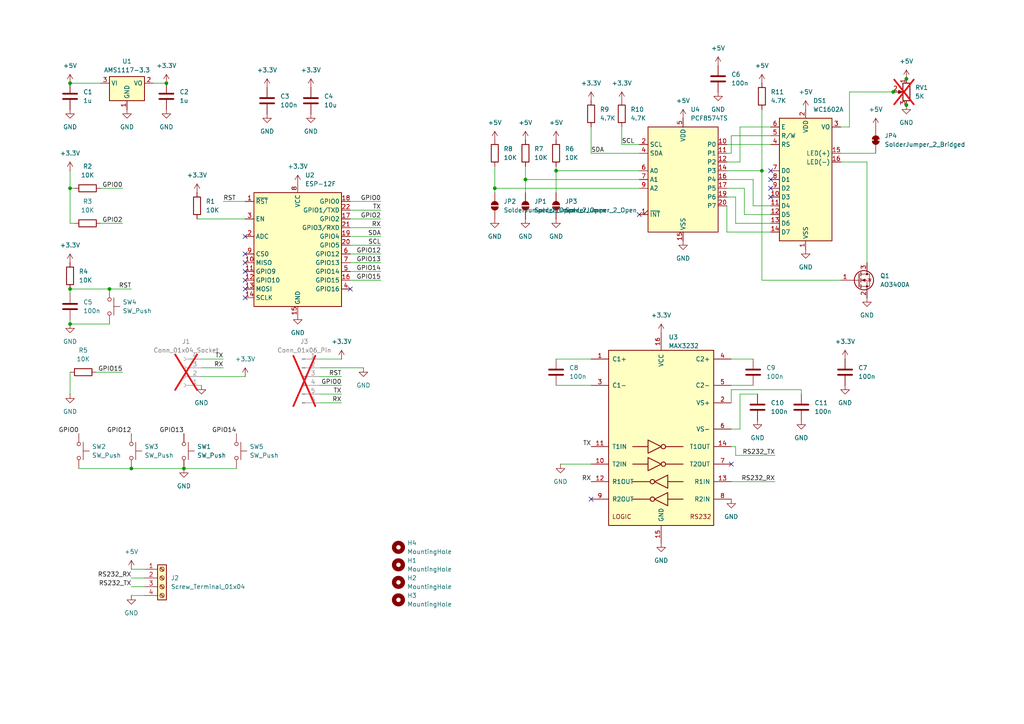
<source format=kicad_sch>
(kicad_sch (version 20250114) (generator "eeschema") (generator_version "9.0")
  (paper "A4")
  (lib_symbols
    (symbol "Connector:Conn_01x04_Socket" (pin_names (offset 1.016) (hide yes))
      (property "Reference" "J" (at 0 5.08 0))
      (property "Value" "Conn_01x04_Socket" (at 0 -7.62 0))
      (symbol "Conn_01x04_Socket_1_1"
        (pin passive line (at -5.08 2.54 0) (length 3.81) (name "Pin_1") (number "1"))
        (pin passive line (at -5.08 0 0) (length 3.81) (name "Pin_2") (number "2"))
        (pin passive line (at -5.08 -2.54 0) (length 3.81) (name "Pin_3") (number "3"))
        (pin passive line (at -5.08 -5.08 0) (length 3.81) (name "Pin_4") (number "4"))
      )
    )
    (symbol "Connector:Conn_01x06_Pin" (pin_names (offset 1.016) (hide yes))
      (property "Reference" "J" (at 0 7.62 0))
      (property "Value" "Conn_01x06_Pin" (at 0 -10.16 0))
      (symbol "Conn_01x06_Pin_1_1"
        (pin passive line (at 5.08 5.08 180) (length 3.81) (name "Pin_1") (number "1"))
        (pin passive line (at 5.08 2.54 180) (length 3.81) (name "Pin_2") (number "2"))
        (pin passive line (at 5.08 0 180) (length 3.81) (name "Pin_3") (number "3"))
        (pin passive line (at 5.08 -2.54 180) (length 3.81) (name "Pin_4") (number "4"))
        (pin passive line (at 5.08 -5.08 180) (length 3.81) (name "Pin_5") (number "5"))
        (pin passive line (at 5.08 -7.62 180) (length 3.81) (name "Pin_6") (number "6"))
      )
    )
    (symbol "Connector:Screw_Terminal_01x04" (pin_names (offset 1.016) (hide yes))
      (property "Reference" "J" (at 0 5.08 0))
      (property "Value" "Screw_Terminal_01x04" (at 0 -7.62 0))
      (symbol "Screw_Terminal_01x04_1_1"
        (pin passive line (at -5.08 2.54 0) (length 3.81) (name "Pin_1") (number "1"))
        (pin passive line (at -5.08 0 0) (length 3.81) (name "Pin_2") (number "2"))
        (pin passive line (at -5.08 -2.54 0) (length 3.81) (name "Pin_3") (number "3"))
        (pin passive line (at -5.08 -5.08 0) (length 3.81) (name "Pin_4") (number "4"))
      )
    )
    (symbol "Device:C" (pin_numbers (hide yes)) (pin_names (offset 0.254))
      (property "Reference" "C" (at 0.635 2.54 0))
      (property "Value" "C" (at 0.635 -2.54 0))
      (symbol "C_1_1"
        (pin passive line (at 0 3.81 270) (length 2.794) (name "~") (number "1"))
        (pin passive line (at 0 -3.81 90) (length 2.794) (name "~") (number "2"))
      )
    )
    (symbol "Device:R" (pin_numbers (hide yes)) (pin_names (offset 0))
      (property "Reference" "R" (at 2.032 0 90))
      (property "Value" "R" (at 0 0 90))
      (symbol "R_1_1"
        (pin passive line (at 0 3.81 270) (length 1.27) (name "~") (number "1"))
        (pin passive line (at 0 -3.81 90) (length 1.27) (name "~") (number "2"))
      )
    )
    (symbol "Device:R_Potentiometer" (pin_names (offset 1.016) (hide yes))
      (property "Reference" "RV" (at -4.445 0 90))
      (property "Value" "R_Potentiometer" (at -2.54 0 90))
      (symbol "R_Potentiometer_1_1"
        (pin passive line (at 0 3.81 270) (length 1.27) (name "1") (number "1"))
        (pin passive line (at 0 -3.81 90) (length 1.27) (name "3") (number "3"))
        (pin passive line (at 3.81 0 180) (length 1.27) (name "2") (number "2"))
      )
    )
    (symbol "Display_Character:WC1602A"
      (property "Reference" "DS" (at -5.842 19.05 0))
      (property "Value" "WC1602A" (at 5.334 19.05 0))
      (symbol "WC1602A_1_1"
        (pin input line (at -10.16 15.24 0) (length 2.54) (name "E") (number "6"))
        (pin input line (at -10.16 12.7 0) (length 2.54) (name "R/W") (number "5"))
        (pin input line (at -10.16 10.16 0) (length 2.54) (name "RS") (number "4"))
        (pin input line (at -10.16 2.54 0) (length 2.54) (name "D0") (number "7"))
        (pin input line (at -10.16 0 0) (length 2.54) (name "D1") (number "8"))
        (pin input line (at -10.16 -2.54 0) (length 2.54) (name "D2") (number "9"))
        (pin input line (at -10.16 -5.08 0) (length 2.54) (name "D3") (number "10"))
        (pin input line (at -10.16 -7.62 0) (length 2.54) (name "D4") (number "11"))
        (pin input line (at -10.16 -10.16 0) (length 2.54) (name "D5") (number "12"))
        (pin input line (at -10.16 -12.7 0) (length 2.54) (name "D6") (number "13"))
        (pin input line (at -10.16 -15.24 0) (length 2.54) (name "D7") (number "14"))
        (pin power_in line (at 0 20.32 270) (length 2.54) (name "VDD") (number "2"))
        (pin power_in line (at 0 -20.32 90) (length 2.54) (name "VSS") (number "1"))
        (pin input line (at 10.16 15.24 180) (length 2.54) (name "VO") (number "3"))
        (pin power_in line (at 10.16 7.62 180) (length 2.54) (name "LED(+)") (number "15"))
        (pin power_in line (at 10.16 5.08 180) (length 2.54) (name "LED(-)") (number "16"))
      )
    )
    (symbol "Interface_Expansion:PCF8574TS"
      (property "Reference" "U" (at -8.89 16.51 0))
      (property "Value" "PCF8574TS" (at 3.81 16.51 0))
      (symbol "PCF8574TS_1_1"
        (pin input line (at -12.7 10.16 0) (length 2.54) (name "SCL") (number "2"))
        (pin bidirectional line (at -12.7 7.62 0) (length 2.54) (name "SDA") (number "4"))
        (pin input line (at -12.7 2.54 0) (length 2.54) (name "A0") (number "6"))
        (pin input line (at -12.7 0 0) (length 2.54) (name "A1") (number "7"))
        (pin input line (at -12.7 -2.54 0) (length 2.54) (name "A2") (number "9"))
        (pin open_collector output_low (at -12.7 -10.16 0) (length 2.54) (name "~{INT}") (number "1"))
        (pin no_connect line (at -10.16 -5.08 0) (length 2.54) (hide yes) (name "NC") (number "13"))
        (pin no_connect line (at -10.16 -7.62 0) (length 2.54) (hide yes) (name "NC") (number "18"))
        (pin power_in line (at 0 17.78 270) (length 2.54) (name "VDD") (number "5"))
        (pin power_in line (at 0 -17.78 90) (length 2.54) (name "VSS") (number "15"))
        (pin no_connect line (at 10.16 -10.16 180) (length 2.54) (hide yes) (name "NC") (number "3"))
        (pin no_connect line (at 10.16 -12.7 180) (length 2.54) (hide yes) (name "NC") (number "8"))
        (pin bidirectional line (at 12.7 10.16 180) (length 2.54) (name "P0") (number "10"))
        (pin bidirectional line (at 12.7 7.62 180) (length 2.54) (name "P1") (number "11"))
        (pin bidirectional line (at 12.7 5.08 180) (length 2.54) (name "P2") (number "12"))
        (pin bidirectional line (at 12.7 2.54 180) (length 2.54) (name "P3") (number "14"))
        (pin bidirectional line (at 12.7 0 180) (length 2.54) (name "P4") (number "16"))
        (pin bidirectional line (at 12.7 -2.54 180) (length 2.54) (name "P5") (number "17"))
        (pin bidirectional line (at 12.7 -5.08 180) (length 2.54) (name "P6") (number "19"))
        (pin bidirectional line (at 12.7 -7.62 180) (length 2.54) (name "P7") (number "20"))
      )
    )
    (symbol "Interface_UART:MAX3232" (pin_names (offset 1.016))
      (property "Reference" "U" (at -2.54 28.575 0))
      (property "Value" "MAX3232" (at -2.54 26.67 0))
      (symbol "MAX3232_0_0"
        (text "LOGIC" (at -11.43 -22.86 0) (effects (font (size 1.27 1.27))))
        (text "RS232" (at 11.43 -22.86 0) (effects (font (size 1.27 1.27))))
      )
      (symbol "MAX3232_1_1"
        (pin passive line (at -20.32 22.86 0) (length 5.08) (name "C1+") (number "1"))
        (pin passive line (at -20.32 15.24 0) (length 5.08) (name "C1-") (number "3"))
        (pin input line (at -20.32 -2.54 0) (length 5.08) (name "T1IN") (number "11"))
        (pin input line (at -20.32 -7.62 0) (length 5.08) (name "T2IN") (number "10"))
        (pin output line (at -20.32 -12.7 0) (length 5.08) (name "R1OUT") (number "12"))
        (pin output line (at -20.32 -17.78 0) (length 5.08) (name "R2OUT") (number "9"))
        (pin power_in line (at 0 30.48 270) (length 5.08) (name "VCC") (number "16"))
        (pin power_in line (at 0 -30.48 90) (length 5.08) (name "GND") (number "15"))
        (pin passive line (at 20.32 22.86 180) (length 5.08) (name "C2+") (number "4"))
        (pin passive line (at 20.32 15.24 180) (length 5.08) (name "C2-") (number "5"))
        (pin power_out line (at 20.32 10.16 180) (length 5.08) (name "VS+") (number "2"))
        (pin power_out line (at 20.32 2.54 180) (length 5.08) (name "VS-") (number "6"))
        (pin output line (at 20.32 -2.54 180) (length 5.08) (name "T1OUT") (number "14"))
        (pin output line (at 20.32 -7.62 180) (length 5.08) (name "T2OUT") (number "7"))
        (pin input line (at 20.32 -12.7 180) (length 5.08) (name "R1IN") (number "13"))
        (pin input line (at 20.32 -17.78 180) (length 5.08) (name "R2IN") (number "8"))
      )
    )
    (symbol "Jumper:SolderJumper_2_Bridged" (pin_numbers (hide yes)) (pin_names (offset 0) (hide yes)) (exclude_from_sim yes) (in_bom no)
      (property "Reference" "JP" (at 0 2.032 0))
      (property "Value" "SolderJumper_2_Bridged" (at 0 -2.54 0))
      (symbol "SolderJumper_2_Bridged_1_1"
        (pin passive line (at -3.81 0 0) (length 2.54) (name "A") (number "1"))
        (pin passive line (at 3.81 0 180) (length 2.54) (name "B") (number "2"))
      )
    )
    (symbol "Jumper:SolderJumper_2_Open" (pin_numbers (hide yes)) (pin_names (offset 0) (hide yes)) (exclude_from_sim yes) (in_bom no)
      (property "Reference" "JP" (at 0 2.032 0))
      (property "Value" "SolderJumper_2_Open" (at 0 -2.54 0))
      (symbol "SolderJumper_2_Open_1_1"
        (pin passive line (at -3.81 0 0) (length 2.54) (name "A") (number "1"))
        (pin passive line (at 3.81 0 180) (length 2.54) (name "B") (number "2"))
      )
    )
    (symbol "Mechanical:MountingHole" (pin_names (offset 1.016)) (exclude_from_sim yes) (in_bom no)
      (property "Reference" "H" (at 0 5.08 0))
      (property "Value" "MountingHole" (at 0 3.175 0))
    )
    (symbol "RF_Module:ESP-12F"
      (property "Reference" "U" (at -12.7 19.05 0))
      (property "Value" "ESP-12F" (at 12.7 19.05 0))
      (symbol "ESP-12F_1_1"
        (pin input line (at -15.24 15.24 0) (length 2.54) (name "~{RST}") (number "1"))
        (pin input line (at -15.24 10.16 0) (length 2.54) (name "EN") (number "3"))
        (pin input line (at -15.24 5.08 0) (length 2.54) (name "ADC") (number "2"))
        (pin input line (at -15.24 0 0) (length 2.54) (name "CS0") (number "9"))
        (pin bidirectional line (at -15.24 -2.54 0) (length 2.54) (name "MISO") (number "10"))
        (pin bidirectional line (at -15.24 -5.08 0) (length 2.54) (name "GPIO9") (number "11"))
        (pin bidirectional line (at -15.24 -7.62 0) (length 2.54) (name "GPIO10") (number "12"))
        (pin bidirectional line (at -15.24 -10.16 0) (length 2.54) (name "MOSI") (number "13"))
        (pin bidirectional line (at -15.24 -12.7 0) (length 2.54) (name "SCLK") (number "14"))
        (pin power_in line (at 0 20.32 270) (length 2.54) (name "VCC") (number "8"))
        (pin power_in line (at 0 -17.78 90) (length 2.54) (name "GND") (number "15"))
        (pin bidirectional line (at 15.24 15.24 180) (length 2.54) (name "GPIO0") (number "18"))
        (pin bidirectional line (at 15.24 12.7 180) (length 2.54) (name "GPIO1/TXD") (number "22"))
        (pin bidirectional line (at 15.24 10.16 180) (length 2.54) (name "GPIO2") (number "17"))
        (pin bidirectional line (at 15.24 7.62 180) (length 2.54) (name "GPIO3/RXD") (number "21"))
        (pin bidirectional line (at 15.24 5.08 180) (length 2.54) (name "GPIO4") (number "19"))
        (pin bidirectional line (at 15.24 2.54 180) (length 2.54) (name "GPIO5") (number "20"))
        (pin bidirectional line (at 15.24 0 180) (length 2.54) (name "GPIO12") (number "6"))
        (pin bidirectional line (at 15.24 -2.54 180) (length 2.54) (name "GPIO13") (number "7"))
        (pin bidirectional line (at 15.24 -5.08 180) (length 2.54) (name "GPIO14") (number "5"))
        (pin bidirectional line (at 15.24 -7.62 180) (length 2.54) (name "GPIO15") (number "16"))
        (pin bidirectional line (at 15.24 -10.16 180) (length 2.54) (name "GPIO16") (number "4"))
      )
    )
    (symbol "Regulator_Linear:AMS1117-3.3"
      (property "Reference" "U" (at -3.81 3.175 0))
      (property "Value" "AMS1117-3.3" (at 0 3.175 0))
      (symbol "AMS1117-3.3_1_1"
        (pin power_in line (at -7.62 0 0) (length 2.54) (name "VI") (number "3"))
        (pin power_in line (at 0 -7.62 90) (length 2.54) (name "GND") (number "1"))
        (pin power_out line (at 7.62 0 180) (length 2.54) (name "VO") (number "2"))
      )
    )
    (symbol "Switch:SW_Push" (pin_numbers (hide yes)) (pin_names (offset 1.016) (hide yes))
      (property "Reference" "SW" (at 1.27 2.54 0))
      (property "Value" "SW_Push" (at 0 -1.524 0))
      (symbol "SW_Push_0_1"
        (pin passive line (at -5.08 0 0) (length 2.54) (name "1") (number "1"))
        (pin passive line (at 5.08 0 180) (length 2.54) (name "2") (number "2"))
      )
    )
    (symbol "Transistor_FET:AO3400A" (pin_names (hide yes))
      (property "Reference" "Q" (at 5.08 1.905 0))
      (property "Value" "AO3400A" (at 5.08 0 0))
      (symbol "AO3400A_1_1"
        (pin input line (at -5.08 0 0) (length 2.54) (name "G") (number "1"))
        (pin passive line (at 2.54 5.08 270) (length 2.54) (name "D") (number "3"))
        (pin passive line (at 2.54 -5.08 90) (length 2.54) (name "S") (number "2"))
      )
    )
    (symbol "power:+3.3V" (power) (pin_numbers (hide yes)) (pin_names (offset 0) (hide yes))
      (property "Value" "+3.3V" (at 0 3.556 0))
      (symbol "+3.3V_1_1"
        (pin power_in line (at 0 0 90) (length 0) (name "~") (number "1"))
      )
    )
    (symbol "power:+5V" (power) (pin_numbers (hide yes)) (pin_names (offset 0) (hide yes))
      (property "Value" "+5V" (at 0 3.556 0))
      (symbol "+5V_1_1"
        (pin power_in line (at 0 0 90) (length 0) (name "~") (number "1"))
      )
    )
    (symbol "power:GND" (power) (pin_numbers (hide yes)) (pin_names (offset 0) (hide yes))
      (property "Value" "GND" (at 0 -3.81 0))
      (symbol "GND_1_1"
        (pin power_in line (at 0 0 270) (length 0) (name "~") (number "1"))
      )
    )
  )
  (junction (at 53.34 135.89))
  (junction (at 20.32 93.98))
  (junction (at 152.4 52.07))
  (junction (at 262.89 22.86))
  (junction (at 20.32 83.82))
  (junction (at 259.08 26.67))
  (junction (at 31.75 83.82))
  (junction (at 20.32 54.61))
  (junction (at 161.29 49.53))
  (junction (at 48.26 24.13))
  (junction (at 262.89 30.48))
  (junction (at 220.98 49.53))
  (junction (at 38.1 135.89))
  (junction (at 20.32 24.13))
  (junction (at 143.51 54.61))
  (no_connect (at 71.12 76.2))
  (no_connect (at 71.12 83.82))
  (no_connect (at 101.6 83.82))
  (no_connect (at 223.52 57.15))
  (no_connect (at 71.12 78.74))
  (no_connect (at 212.09 134.62))
  (no_connect (at 223.52 49.53))
  (no_connect (at 171.45 144.78))
  (no_connect (at 223.52 52.07))
  (no_connect (at 223.52 54.61))
  (no_connect (at 71.12 86.36))
  (no_connect (at 71.12 81.28))
  (no_connect (at 185.42 62.23))
  (no_connect (at 71.12 73.66))
  (no_connect (at 71.12 68.58))
  (wire (pts (xy 110.49 76.2) (xy 101.6 76.2)))
  (wire (pts (xy 212.09 113.03) (xy 232.41 113.03)))
  (wire (pts (xy 110.49 66.04) (xy 101.6 66.04)))
  (wire (pts (xy 212.09 124.46) (xy 214.63 124.46)))
  (wire (pts (xy 162.56 134.62) (xy 171.45 134.62)))
  (wire (pts (xy 214.63 36.83) (xy 223.52 36.83)))
  (wire (pts (xy 210.82 49.53) (xy 220.98 49.53)))
  (wire (pts (xy 143.51 54.61) (xy 143.51 48.26)))
  (wire (pts (xy 44.45 24.13) (xy 48.26 24.13)))
  (wire (pts (xy 64.77 58.42) (xy 71.12 58.42)))
  (wire (pts (xy 213.36 57.15) (xy 213.36 64.77)))
  (wire (pts (xy 180.34 36.83) (xy 180.34 41.91)))
  (wire (pts (xy 210.82 41.91) (xy 223.52 41.91)))
  (wire (pts (xy 53.34 135.89) (xy 68.58 135.89)))
  (wire (pts (xy 22.86 135.89) (xy 38.1 135.89)))
  (wire (pts (xy 224.79 139.7) (xy 212.09 139.7)))
  (wire (pts (xy 110.49 81.28) (xy 101.6 81.28)))
  (wire (pts (xy 92.71 106.68) (xy 105.41 106.68)))
  (wire (pts (xy 110.49 63.5) (xy 101.6 63.5)))
  (wire (pts (xy 58.42 104.14) (xy 64.77 104.14)))
  (wire (pts (xy 213.36 129.54) (xy 212.09 129.54)))
  (wire (pts (xy 110.49 68.58) (xy 101.6 68.58)))
  (wire (pts (xy 38.1 135.89) (xy 53.34 135.89)))
  (wire (pts (xy 20.32 49.53) (xy 20.32 54.61)))
  (wire (pts (xy 246.38 26.67) (xy 246.38 36.83)))
  (wire (pts (xy 210.82 44.45) (xy 212.09 44.45)))
  (wire (pts (xy 161.29 104.14) (xy 171.45 104.14)))
  (wire (pts (xy 92.71 109.22) (xy 99.06 109.22)))
  (wire (pts (xy 31.75 83.82) (xy 20.32 83.82)))
  (wire (pts (xy 58.42 109.22) (xy 71.12 109.22)))
  (wire (pts (xy 35.56 107.95) (xy 27.94 107.95)))
  (wire (pts (xy 220.98 49.53) (xy 220.98 81.28)))
  (wire (pts (xy 218.44 59.69) (xy 223.52 59.69)))
  (wire (pts (xy 92.71 104.14) (xy 99.06 104.14)))
  (wire (pts (xy 218.44 111.76) (xy 212.09 111.76)))
  (wire (pts (xy 218.44 104.14) (xy 212.09 104.14)))
  (wire (pts (xy 110.49 71.12) (xy 101.6 71.12)))
  (wire (pts (xy 246.38 36.83) (xy 243.84 36.83)))
  (wire (pts (xy 232.41 113.03) (xy 232.41 114.3)))
  (wire (pts (xy 213.36 132.08) (xy 213.36 129.54)))
  (wire (pts (xy 92.71 116.84) (xy 99.06 116.84)))
  (wire (pts (xy 243.84 46.99) (xy 251.46 46.99)))
  (wire (pts (xy 251.46 46.99) (xy 251.46 76.2)))
  (wire (pts (xy 171.45 44.45) (xy 185.42 44.45)))
  (wire (pts (xy 215.9 54.61) (xy 215.9 62.23)))
  (wire (pts (xy 110.49 58.42) (xy 101.6 58.42)))
  (wire (pts (xy 180.34 41.91) (xy 185.42 41.91)))
  (wire (pts (xy 212.09 44.45) (xy 212.09 39.37)))
  (wire (pts (xy 210.82 52.07) (xy 218.44 52.07)))
  (wire (pts (xy 20.32 54.61) (xy 21.59 54.61)))
  (wire (pts (xy 38.1 83.82) (xy 31.75 83.82)))
  (wire (pts (xy 185.42 49.53) (xy 161.29 49.53)))
  (wire (pts (xy 214.63 114.3) (xy 219.71 114.3)))
  (wire (pts (xy 243.84 44.45) (xy 254 44.45)))
  (wire (pts (xy 20.32 93.98) (xy 31.75 93.98)))
  (wire (pts (xy 259.08 26.67) (xy 246.38 26.67)))
  (wire (pts (xy 35.56 54.61) (xy 29.21 54.61)))
  (wire (pts (xy 212.09 39.37) (xy 223.52 39.37)))
  (wire (pts (xy 210.82 57.15) (xy 213.36 57.15)))
  (wire (pts (xy 171.45 36.83) (xy 171.45 44.45)))
  (wire (pts (xy 20.32 93.98) (xy 20.32 92.71)))
  (wire (pts (xy 213.36 64.77) (xy 223.52 64.77)))
  (wire (pts (xy 20.32 64.77) (xy 20.32 54.61)))
  (wire (pts (xy 185.42 54.61) (xy 143.51 54.61)))
  (wire (pts (xy 57.15 63.5) (xy 71.12 63.5)))
  (wire (pts (xy 215.9 62.23) (xy 223.52 62.23)))
  (wire (pts (xy 161.29 49.53) (xy 161.29 55.88)))
  (wire (pts (xy 20.32 83.82) (xy 20.32 85.09)))
  (wire (pts (xy 20.32 114.3) (xy 20.32 107.95)))
  (wire (pts (xy 20.32 24.13) (xy 29.21 24.13)))
  (wire (pts (xy 152.4 52.07) (xy 152.4 55.88)))
  (wire (pts (xy 38.1 172.72) (xy 41.91 172.72)))
  (wire (pts (xy 210.82 54.61) (xy 215.9 54.61)))
  (wire (pts (xy 185.42 52.07) (xy 152.4 52.07)))
  (wire (pts (xy 210.82 59.69) (xy 210.82 67.31)))
  (wire (pts (xy 110.49 78.74) (xy 101.6 78.74)))
  (wire (pts (xy 21.59 64.77) (xy 20.32 64.77)))
  (wire (pts (xy 35.56 64.77) (xy 29.21 64.77)))
  (wire (pts (xy 161.29 111.76) (xy 171.45 111.76)))
  (wire (pts (xy 220.98 81.28) (xy 243.84 81.28)))
  (wire (pts (xy 110.49 73.66) (xy 101.6 73.66)))
  (wire (pts (xy 220.98 31.75) (xy 220.98 49.53)))
  (wire (pts (xy 92.71 111.76) (xy 99.06 111.76)))
  (wire (pts (xy 224.79 132.08) (xy 213.36 132.08)))
  (wire (pts (xy 143.51 54.61) (xy 143.51 55.88)))
  (wire (pts (xy 38.1 165.1) (xy 41.91 165.1)))
  (wire (pts (xy 210.82 46.99) (xy 214.63 46.99)))
  (wire (pts (xy 92.71 114.3) (xy 99.06 114.3)))
  (wire (pts (xy 212.09 113.03) (xy 212.09 116.84)))
  (wire (pts (xy 214.63 124.46) (xy 214.63 114.3)))
  (wire (pts (xy 38.1 170.18) (xy 41.91 170.18)))
  (wire (pts (xy 214.63 46.99) (xy 214.63 36.83)))
  (wire (pts (xy 218.44 52.07) (xy 218.44 59.69)))
  (wire (pts (xy 161.29 49.53) (xy 161.29 48.26)))
  (wire (pts (xy 152.4 52.07) (xy 152.4 48.26)))
  (wire (pts (xy 58.42 106.68) (xy 64.77 106.68)))
  (wire (pts (xy 110.49 60.96) (xy 101.6 60.96)))
  (wire (pts (xy 210.82 67.31) (xy 223.52 67.31)))
  (wire (pts (xy 38.1 167.64) (xy 41.91 167.64)))
  (label "RX" (at 64.77 106.68 180))
  (label "RST" (at 64.77 58.42 0))
  (label "RST" (at 99.06 109.22 180))
  (label "GPIO0" (at 22.86 125.73 180))
  (label "SDA" (at 110.49 68.58 180))
  (label "SCL" (at 110.49 71.12 180))
  (label "RS232_TX" (at 224.79 132.08 180))
  (label "TX" (at 99.06 114.3 180))
  (label "GPIO2" (at 110.49 63.5 180))
  (label "RX" (at 110.49 66.04 180))
  (label "TX" (at 171.45 129.54 180))
  (label "GPIO12" (at 110.49 73.66 180))
  (label "RX" (at 171.45 139.7 180))
  (label "RS232_RX" (at 224.79 139.7 180))
  (label "TX" (at 110.49 60.96 180))
  (label "RX" (at 99.06 116.84 180))
  (label "GPIO12" (at 38.1 125.73 180))
  (label "GPIO13" (at 110.49 76.2 180))
  (label "SCL" (at 180.34 41.91 0))
  (label "SDA" (at 171.45 44.45 0))
  (label "GPIO15" (at 110.49 81.28 180))
  (label "GPIO14" (at 68.58 125.73 180))
  (label "GPIO14" (at 110.49 78.74 180))
  (label "GPIO13" (at 53.34 125.73 180))
  (label "RS232_TX" (at 38.1 170.18 180))
  (label "GPIO2" (at 35.56 64.77 180))
  (label "RST" (at 38.1 83.82 180))
  (label "GPIO0" (at 110.49 58.42 180))
  (label "RS232_RX" (at 38.1 167.64 180))
  (label "GPIO0" (at 99.06 111.76 180))
  (label "GPIO15" (at 35.56 107.95 180))
  (label "GPIO0" (at 35.56 54.61 180))
  (label "TX" (at 64.77 104.14 180))
  (symbol (lib_id "power:+3.3V") (at 245.11 104.14 0) (unit 1)
    (property "Reference" "#PWR043" (effects (hide yes)))
    (property "Value" "+3.3V" (at 245.11 99.06 0))
    (property "Description" "Power symbol creates a global label with name \"+3.3V\"" (effects (hide yes)))
  )
  (symbol (lib_id "power:GND") (at 36.83 31.75 0) (unit 1)
    (property "Reference" "#PWR06" (effects (hide yes)))
    (property "Value" "GND" (at 36.83 36.83 0))
    (property "Description" "Power symbol creates a global label with name \"GND\" , ground" (effects (hide yes)))
  )
  (symbol (lib_id "power:+3.3V") (at 90.17 25.4 0) (unit 1)
    (property "Reference" "#PWR04" (effects (hide yes)))
    (property "Value" "+3.3V" (at 90.17 20.32 0))
    (property "Description" "Power symbol creates a global label with name \"+3.3V\"" (effects (hide yes)))
  )
  (symbol (lib_id "power:+5V") (at 262.89 22.86 0) (unit 1)
    (property "Reference" "#PWR033" (effects (hide yes)))
    (property "Value" "+5V" (at 262.89 17.78 0))
    (property "Description" "Power symbol creates a global label with name \"+5V\"" (effects (hide yes)))
  )
  (symbol (lib_id "Mechanical:MountingHole") (at 115.57 173.99 0) (unit 1) (exclude_from_sim yes) (in_bom no)
    (property "Reference" "H3" (at 118.11 172.7199 0) (effects (justify left)))
    (property "Value" "MountingHole" (at 118.11 175.2599 0) (effects (justify left)))
    (property "Footprint" "MountingHole:MountingHole_3.2mm_M3" (effects (hide yes)))
    (property "Description" "Mounting Hole without connection" (effects (hide yes)))
  )
  (symbol (lib_id "power:GND") (at 161.29 63.5 0) (unit 1)
    (property "Reference" "#PWR024" (effects (hide yes)))
    (property "Value" "GND" (at 161.29 68.58 0))
    (property "Description" "Power symbol creates a global label with name \"GND\" , ground" (effects (hide yes)))
  )
  (symbol (lib_id "Device:C") (at 48.26 27.94 0) (unit 1)
    (property "Reference" "C2" (at 52.07 26.6699 0) (effects (justify left)))
    (property "Value" "1u" (at 52.07 29.2099 0) (effects (justify left)))
    (property "Footprint" "Capacitor_SMD:C_0402_1005Metric" (effects (hide yes)))
    (property "Description" "Unpolarized capacitor" (effects (hide yes)))
  )
  (symbol (lib_id "Device:R") (at 220.98 27.94 0) (unit 1)
    (property "Reference" "R11" (at 223.52 26.6699 0) (effects (justify left)))
    (property "Value" "4.7K" (at 223.52 29.2099 0) (effects (justify left)))
    (property "Footprint" "Resistor_SMD:R_0402_1005Metric" (effects (hide yes)))
    (property "Description" "Resistor" (effects (hide yes)))
  )
  (symbol (lib_id "power:GND") (at 212.09 144.78 0) (unit 1)
    (property "Reference" "#PWR047" (effects (hide yes)))
    (property "Value" "GND" (at 212.09 149.86 0))
    (property "Description" "Power symbol creates a global label with name \"GND\" , ground" (effects (hide yes)))
  )
  (symbol (lib_id "Connector:Screw_Terminal_01x04") (at 46.99 167.64 0) (unit 1)
    (property "Reference" "J2" (at 49.53 167.6399 0) (effects (justify left)))
    (property "Value" "Screw_Terminal_01x04" (at 49.53 170.1799 0) (effects (justify left)))
    (property "Footprint" "TerminalBlock_4Ucon:TerminalBlock_4Ucon_1x04_P3.50mm_Horizontal" (effects (hide yes)))
    (property "Description" "Generic screw terminal, single row, 01x04, script generated (kicad-library-utils/schlib/autogen/connector/)" (effects (hide yes)))
  )
  (symbol (lib_id "power:+3.3V") (at 48.26 24.13 0) (unit 1)
    (property "Reference" "#PWR02" (effects (hide yes)))
    (property "Value" "+3.3V" (at 48.26 19.05 0))
    (property "Description" "Power symbol creates a global label with name \"+3.3V\"" (effects (hide yes)))
  )
  (symbol (lib_id "power:+5V") (at 208.28 19.05 0) (unit 1)
    (property "Reference" "#PWR041" (effects (hide yes)))
    (property "Value" "+5V" (at 208.28 13.97 0))
    (property "Description" "Power symbol creates a global label with name \"+5V\"" (effects (hide yes)))
  )
  (symbol (lib_id "power:GND") (at 232.41 121.92 0) (unit 1)
    (property "Reference" "#PWR046" (effects (hide yes)))
    (property "Value" "GND" (at 232.41 127 0))
    (property "Description" "Power symbol creates a global label with name \"GND\" , ground" (effects (hide yes)))
  )
  (symbol (lib_id "Jumper:SolderJumper_2_Bridged") (at 254 40.64 90) (unit 1) (in_bom no)
    (property "Reference" "JP4" (at 256.54 39.3699 90) (effects (justify right)))
    (property "Value" "SolderJumper_2_Bridged" (at 256.54 41.9099 90) (effects (justify right)))
    (property "Footprint" "Jumper:SolderJumper-2_P1.3mm_Bridged2Bar_RoundedPad1.0x1.5mm" (effects (hide yes)))
    (property "Description" "Solder Jumper, 2-pole, closed/bridged" (effects (hide yes)))
  )
  (symbol (lib_id "power:+5V") (at 254 36.83 0) (unit 1)
    (property "Reference" "#PWR031" (effects (hide yes)))
    (property "Value" "+5V" (at 254 31.75 0))
    (property "Description" "Power symbol creates a global label with name \"+5V\"" (effects (hide yes)))
  )
  (symbol (lib_id "Device:C") (at 161.29 107.95 0) (unit 1)
    (property "Reference" "C8" (at 165.1 106.6799 0) (effects (justify left)))
    (property "Value" "100n" (at 165.1 109.2199 0) (effects (justify left)))
    (property "Footprint" "Capacitor_SMD:C_0402_1005Metric" (effects (hide yes)))
    (property "Description" "Unpolarized capacitor" (effects (hide yes)))
  )
  (symbol (lib_id "Mechanical:MountingHole") (at 115.57 158.75 0) (unit 1) (exclude_from_sim yes) (in_bom no)
    (property "Reference" "H4" (at 118.11 157.4799 0) (effects (justify left)))
    (property "Value" "MountingHole" (at 118.11 160.0199 0) (effects (justify left)))
    (property "Footprint" "MountingHole:MountingHole_3.2mm_M3" (effects (hide yes)))
    (property "Description" "Mounting Hole without connection" (effects (hide yes)))
  )
  (symbol (lib_id "Switch:SW_Push") (at 31.75 88.9 270) (unit 1)
    (property "Reference" "SW4" (at 35.56 87.6299 90) (effects (justify left)))
    (property "Value" "SW_Push" (at 35.56 90.1699 90) (effects (justify left)))
    (property "Footprint" "Button_Switch_THT:SW_PUSH_6mm" (effects (hide yes)))
    (property "Description" "Push button switch, generic, two pins" (effects (hide yes)))
  )
  (symbol (lib_id "Device:R") (at 171.45 33.02 0) (unit 1)
    (property "Reference" "R9" (at 173.99 31.7499 0) (effects (justify left)))
    (property "Value" "4.7K" (at 173.99 34.2899 0) (effects (justify left)))
    (property "Footprint" "Resistor_SMD:R_0402_1005Metric" (effects (hide yes)))
    (property "Description" "Resistor" (effects (hide yes)))
  )
  (symbol (lib_id "Device:C") (at 90.17 29.21 0) (unit 1)
    (property "Reference" "C4" (at 93.98 27.9399 0) (effects (justify left)))
    (property "Value" "10u" (at 93.98 30.4799 0) (effects (justify left)))
    (property "Footprint" "Capacitor_SMD:C_0402_1005Metric" (effects (hide yes)))
    (property "Description" "Unpolarized capacitor" (effects (hide yes)))
  )
  (symbol (lib_id "power:+3.3V") (at 20.32 76.2 0) (unit 1)
    (property "Reference" "#PWR014" (effects (hide yes)))
    (property "Value" "+3.3V" (at 20.32 71.12 0))
    (property "Description" "Power symbol creates a global label with name \"+3.3V\"" (effects (hide yes)))
  )
  (symbol (lib_id "Device:R_Potentiometer") (at 262.89 26.67 0) (mirror y) (unit 1) (in_bom no) (dnp yes)
    (property "Reference" "RV2" (effects (hide yes)))
    (property "Value" "5K" (effects (hide yes)))
    (property "Footprint" "Potentiometer_THT:Potentiometer_ACP_CA14V-15_Vertical" (effects (hide yes)))
    (property "Description" "Potentiometer" (effects (hide yes)))
  )
  (symbol (lib_id "Regulator_Linear:AMS1117-3.3") (at 36.83 24.13 0) (unit 1)
    (property "Reference" "U1" (at 36.83 17.78 0))
    (property "Value" "AMS1117-3.3" (at 36.83 20.32 0))
    (property "Footprint" "Package_TO_SOT_SMD:SOT-223-3_TabPin2" (effects (hide yes)))
    (property "Datasheet" "http://www.advanced-monolithic.com/pdf/ds1117.pdf" (effects (hide yes)))
    (property "Description" "1A Low Dropout regulator, positive, 3.3V fixed output, SOT-223" (effects (hide yes)))
  )
  (symbol (lib_id "Interface_Expansion:PCF8574TS") (at 198.12 52.07 0) (unit 1)
    (property "Reference" "U4" (at 200.2633 31.75 0) (effects (justify left)))
    (property "Value" "PCF8574TS" (at 200.2633 34.29 0) (effects (justify left)))
    (property "Footprint" "Package_SO:SSOP-20_4.4x6.5mm_P0.65mm" (effects (hide yes)))
    (property "Datasheet" "http://www.nxp.com/docs/en/data-sheet/PCF8574_PCF8574A.pdf" (effects (hide yes)))
    (property "Description" "8 Bit Port/Expander to I2C Bus, SSOP-20" (effects (hide yes)))
  )
  (symbol (lib_id "power:GND") (at 245.11 111.76 0) (unit 1)
    (property "Reference" "#PWR044" (effects (hide yes)))
    (property "Value" "GND" (at 245.11 116.84 0))
    (property "Description" "Power symbol creates a global label with name \"GND\" , ground" (effects (hide yes)))
  )
  (symbol (lib_id "power:+5V") (at 38.1 165.1 0) (unit 1)
    (property "Reference" "#PWR049" (effects (hide yes)))
    (property "Value" "+5V" (at 38.1 160.02 0))
    (property "Description" "Power symbol creates a global label with name \"+5V\"" (effects (hide yes)))
  )
  (symbol (lib_id "power:GND") (at 208.28 26.67 0) (unit 1)
    (property "Reference" "#PWR042" (effects (hide yes)))
    (property "Value" "GND" (at 208.28 31.75 0))
    (property "Description" "Power symbol creates a global label with name \"GND\" , ground" (effects (hide yes)))
  )
  (symbol (lib_id "power:+3.3V") (at 99.06 104.14 0) (unit 1)
    (property "Reference" "#PWR019" (effects (hide yes)))
    (property "Value" "+3.3V" (at 99.06 99.06 0))
    (property "Description" "Power symbol creates a global label with name \"+3.3V\"" (effects (hide yes)))
  )
  (symbol (lib_id "power:+5V") (at 143.51 40.64 0) (unit 1)
    (property "Reference" "#PWR025" (effects (hide yes)))
    (property "Value" "+5V" (at 143.51 35.56 0))
    (property "Description" "Power symbol creates a global label with name \"+5V\"" (effects (hide yes)))
  )
  (symbol (lib_id "Display_Character:WC1602A") (at 233.68 52.07 0) (unit 1)
    (property "Reference" "DS1" (at 235.8233 29.21 0) (effects (justify left)))
    (property "Value" "WC1602A" (at 235.8233 31.75 0) (effects (justify left)))
    (property "Footprint" "Display:WC1602A" (effects (hide yes)))
    (property "Datasheet" "http://www.wincomlcd.com/pdf/WC1602A-SFYLYHTC06.pdf" (effects (hide yes)))
    (property "Description" "LCD 16x2 Alphanumeric , 8 bit parallel bus, 5V VDD" (effects (hide yes)))
  )
  (symbol (lib_id "Device:C") (at 77.47 29.21 0) (unit 1)
    (property "Reference" "C3" (at 81.28 27.9399 0) (effects (justify left)))
    (property "Value" "100n" (at 81.28 30.4799 0) (effects (justify left)))
    (property "Footprint" "Capacitor_SMD:C_0402_1005Metric" (effects (hide yes)))
    (property "Description" "Unpolarized capacitor" (effects (hide yes)))
  )
  (symbol (lib_id "Switch:SW_Push") (at 68.58 130.81 270) (unit 1)
    (property "Reference" "SW5" (at 72.39 129.5399 90) (effects (justify left)))
    (property "Value" "SW_Push" (at 72.39 132.0799 90) (effects (justify left)))
    (property "Footprint" "Button_Switch_THT:SW_PUSH_6mm" (effects (hide yes)))
    (property "Description" "Push button switch, generic, two pins" (effects (hide yes)))
  )
  (symbol (lib_id "Device:R") (at 143.51 44.45 0) (unit 1)
    (property "Reference" "R8" (at 146.05 43.1799 0) (effects (justify left)))
    (property "Value" "10K" (at 146.05 45.7199 0) (effects (justify left)))
    (property "Footprint" "Resistor_SMD:R_0402_1005Metric" (effects (hide yes)))
    (property "Description" "Resistor" (effects (hide yes)))
  )
  (symbol (lib_id "power:+3.3V") (at 77.47 25.4 0) (unit 1)
    (property "Reference" "#PWR03" (effects (hide yes)))
    (property "Value" "+3.3V" (at 77.47 20.32 0))
    (property "Description" "Power symbol creates a global label with name \"+3.3V\"" (effects (hide yes)))
  )
  (symbol (lib_id "power:GND") (at 58.42 111.76 0) (unit 1)
    (property "Reference" "#PWR018" (effects (hide yes)))
    (property "Value" "GND" (at 58.42 116.84 0))
    (property "Description" "Power symbol creates a global label with name \"GND\" , ground" (effects (hide yes)))
  )
  (symbol (lib_id "Device:C") (at 208.28 22.86 0) (unit 1)
    (property "Reference" "C6" (at 212.09 21.5899 0) (effects (justify left)))
    (property "Value" "100n" (at 212.09 24.1299 0) (effects (justify left)))
    (property "Footprint" "Capacitor_SMD:C_0402_1005Metric" (effects (hide yes)))
    (property "Description" "Unpolarized capacitor" (effects (hide yes)))
  )
  (symbol (lib_id "power:GND") (at 20.32 114.3 0) (unit 1)
    (property "Reference" "#PWR015" (effects (hide yes)))
    (property "Value" "GND" (at 20.32 119.38 0))
    (property "Description" "Power symbol creates a global label with name \"GND\" , ground" (effects (hide yes)))
  )
  (symbol (lib_id "power:GND") (at 162.56 134.62 0) (unit 1)
    (property "Reference" "#PWR048" (effects (hide yes)))
    (property "Value" "GND" (at 162.56 139.7 0))
    (property "Description" "Power symbol creates a global label with name \"GND\" , ground" (effects (hide yes)))
  )
  (symbol (lib_id "Device:C") (at 245.11 107.95 0) (unit 1)
    (property "Reference" "C7" (at 248.92 106.6799 0) (effects (justify left)))
    (property "Value" "100n" (at 248.92 109.2199 0) (effects (justify left)))
    (property "Footprint" "Capacitor_SMD:C_0402_1005Metric" (effects (hide yes)))
    (property "Description" "Unpolarized capacitor" (effects (hide yes)))
  )
  (symbol (lib_id "Device:C") (at 219.71 118.11 0) (unit 1)
    (property "Reference" "C10" (at 223.52 116.8399 0) (effects (justify left)))
    (property "Value" "100n" (at 223.52 119.3799 0) (effects (justify left)))
    (property "Footprint" "Capacitor_SMD:C_0402_1005Metric" (effects (hide yes)))
    (property "Description" "Unpolarized capacitor" (effects (hide yes)))
  )
  (symbol (lib_id "power:GND") (at 105.41 106.68 0) (unit 1)
    (property "Reference" "#PWR020" (effects (hide yes)))
    (property "Value" "GND" (at 105.41 111.76 0))
    (property "Description" "Power symbol creates a global label with name \"GND\" , ground" (effects (hide yes)))
  )
  (symbol (lib_id "Device:C") (at 218.44 107.95 0) (unit 1)
    (property "Reference" "C9" (at 222.25 106.6799 0) (effects (justify left)))
    (property "Value" "100n" (at 222.25 109.2199 0) (effects (justify left)))
    (property "Footprint" "Capacitor_SMD:C_0402_1005Metric" (effects (hide yes)))
    (property "Description" "Unpolarized capacitor" (effects (hide yes)))
  )
  (symbol (lib_id "power:GND") (at 233.68 72.39 0) (unit 1)
    (property "Reference" "#PWR029" (effects (hide yes)))
    (property "Value" "GND" (at 233.68 77.47 0))
    (property "Description" "Power symbol creates a global label with name \"GND\" , ground" (effects (hide yes)))
  )
  (symbol (lib_id "power:+3.3V") (at 57.15 55.88 0) (unit 1)
    (property "Reference" "#PWR011" (effects (hide yes)))
    (property "Value" "+3.3V" (at 57.15 50.8 0))
    (property "Description" "Power symbol creates a global label with name \"+3.3V\"" (effects (hide yes)))
  )
  (symbol (lib_id "Transistor_FET:AO3400A") (at 248.92 81.28 0) (unit 1)
    (property "Reference" "Q1" (at 255.27 80.0099 0) (effects (justify left)))
    (property "Value" "AO3400A" (at 255.27 82.5499 0) (effects (justify left)))
    (property "Footprint" "Package_TO_SOT_SMD:SOT-23" (effects (hide yes)))
    (property "Datasheet" "http://www.aosmd.com/pdfs/datasheet/AO3400A.pdf" (effects (hide yes)))
    (property "Description" "30V Vds, 5.7A Id, N-Channel MOSFET, SOT-23" (effects (hide yes)))
  )
  (symbol (lib_id "power:+5V") (at 152.4 40.64 0) (unit 1)
    (property "Reference" "#PWR026" (effects (hide yes)))
    (property "Value" "+5V" (at 152.4 35.56 0))
    (property "Description" "Power symbol creates a global label with name \"+5V\"" (effects (hide yes)))
  )
  (symbol (lib_id "power:+3.3V") (at 180.34 29.21 0) (unit 1)
    (property "Reference" "#PWR036" (effects (hide yes)))
    (property "Value" "+3.3V" (at 180.34 24.13 0))
    (property "Description" "Power symbol creates a global label with name \"+3.3V\"" (effects (hide yes)))
  )
  (symbol (lib_id "Device:C") (at 20.32 27.94 0) (unit 1)
    (property "Reference" "C1" (at 24.13 26.6699 0) (effects (justify left)))
    (property "Value" "1u" (at 24.13 29.2099 0) (effects (justify left)))
    (property "Footprint" "Capacitor_SMD:C_0402_1005Metric" (effects (hide yes)))
    (property "Description" "Unpolarized capacitor" (effects (hide yes)))
  )
  (symbol (lib_id "power:GND") (at 48.26 31.75 0) (unit 1)
    (property "Reference" "#PWR07" (effects (hide yes)))
    (property "Value" "GND" (at 48.26 36.83 0))
    (property "Description" "Power symbol creates a global label with name \"GND\" , ground" (effects (hide yes)))
  )
  (symbol (lib_id "Device:R") (at 152.4 44.45 0) (unit 1)
    (property "Reference" "R7" (at 154.94 43.1799 0) (effects (justify left)))
    (property "Value" "10K" (at 154.94 45.7199 0) (effects (justify left)))
    (property "Footprint" "Resistor_SMD:R_0402_1005Metric" (effects (hide yes)))
    (property "Description" "Resistor" (effects (hide yes)))
  )
  (symbol (lib_id "Connector:Conn_01x04_Socket") (at 53.34 109.22 180) (unit 1) (in_bom no) (dnp yes)
    (property "Reference" "J1" (at 53.975 99.06 0))
    (property "Value" "Conn_01x04_Socket" (at 53.975 101.6 0))
    (property "Footprint" "Connector_PinSocket_2.54mm:PinSocket_1x04_P2.54mm_Vertical" (effects (hide yes)))
    (property "Description" "Generic connector, single row, 01x04, script generated" (effects (hide yes)))
  )
  (symbol (lib_id "Device:R") (at 57.15 59.69 0) (unit 1)
    (property "Reference" "R1" (at 59.69 58.4199 0) (effects (justify left)))
    (property "Value" "10K" (at 59.69 60.9599 0) (effects (justify left)))
    (property "Footprint" "Resistor_SMD:R_0402_1005Metric" (effects (hide yes)))
    (property "Description" "Resistor" (effects (hide yes)))
  )
  (symbol (lib_id "Device:R") (at 20.32 80.01 0) (unit 1)
    (property "Reference" "R4" (at 22.86 78.7399 0) (effects (justify left)))
    (property "Value" "10K" (at 22.86 81.2799 0) (effects (justify left)))
    (property "Footprint" "Resistor_SMD:R_0402_1005Metric" (effects (hide yes)))
    (property "Description" "Resistor" (effects (hide yes)))
  )
  (symbol (lib_id "power:+3.3V") (at 191.77 96.52 0) (unit 1)
    (property "Reference" "#PWR039" (effects (hide yes)))
    (property "Value" "+3.3V" (at 191.77 91.44 0))
    (property "Description" "Power symbol creates a global label with name \"+3.3V\"" (effects (hide yes)))
  )
  (symbol (lib_id "power:GND") (at 262.89 30.48 0) (unit 1)
    (property "Reference" "#PWR034" (effects (hide yes)))
    (property "Value" "GND" (at 262.89 35.56 0))
    (property "Description" "Power symbol creates a global label with name \"GND\" , ground" (effects (hide yes)))
  )
  (symbol (lib_id "Jumper:SolderJumper_2_Open") (at 152.4 59.69 90) (unit 1) (in_bom no)
    (property "Reference" "JP1" (at 154.94 58.4199 90) (effects (justify right)))
    (property "Value" "SolderJumper_2_Open" (at 154.94 60.9599 90) (effects (justify right)))
    (property "Footprint" "Jumper:SolderJumper-2_P1.3mm_Open_RoundedPad1.0x1.5mm" (effects (hide yes)))
    (property "Description" "Solder Jumper, 2-pole, open" (effects (hide yes)))
  )
  (symbol (lib_id "Device:R") (at 24.13 107.95 90) (unit 1)
    (property "Reference" "R5" (at 24.13 101.6 90))
    (property "Value" "10K" (at 24.13 104.14 90))
    (property "Footprint" "Resistor_SMD:R_0402_1005Metric" (effects (hide yes)))
    (property "Description" "Resistor" (effects (hide yes)))
  )
  (symbol (lib_id "Jumper:SolderJumper_2_Open") (at 143.51 59.69 90) (unit 1) (in_bom no)
    (property "Reference" "JP2" (at 146.05 58.4199 90) (effects (justify right)))
    (property "Value" "SolderJumper_2_Open" (at 146.05 60.9599 90) (effects (justify right)))
    (property "Footprint" "Jumper:SolderJumper-2_P1.3mm_Open_RoundedPad1.0x1.5mm" (effects (hide yes)))
    (property "Description" "Solder Jumper, 2-pole, open" (effects (hide yes)))
  )
  (symbol (lib_id "power:GND") (at 143.51 63.5 0) (unit 1)
    (property "Reference" "#PWR022" (effects (hide yes)))
    (property "Value" "GND" (at 143.51 68.58 0))
    (property "Description" "Power symbol creates a global label with name \"GND\" , ground" (effects (hide yes)))
  )
  (symbol (lib_id "power:+3.3V") (at 171.45 29.21 0) (unit 1)
    (property "Reference" "#PWR037" (effects (hide yes)))
    (property "Value" "+3.3V" (at 171.45 24.13 0))
    (property "Description" "Power symbol creates a global label with name \"+3.3V\"" (effects (hide yes)))
  )
  (symbol (lib_id "Device:R") (at 25.4 54.61 90) (unit 1)
    (property "Reference" "R2" (at 25.4 48.26 90))
    (property "Value" "10K" (at 25.4 50.8 90))
    (property "Footprint" "Resistor_SMD:R_0402_1005Metric" (effects (hide yes)))
    (property "Description" "Resistor" (effects (hide yes)))
  )
  (symbol (lib_id "RF_Module:ESP-12F") (at 86.36 73.66 0) (unit 1)
    (property "Reference" "U2" (at 88.5033 50.8 0) (effects (justify left)))
    (property "Value" "ESP-12F" (at 88.5033 53.34 0) (effects (justify left)))
    (property "Footprint" "RF_Module:ESP-12E" (effects (hide yes)))
    (property "Datasheet" "http://wiki.ai-thinker.com/_media/esp8266/esp8266_series_modules_user_manual_v1.1.pdf" (effects (hide yes)))
    (property "Description" "802.11 b/g/n Wi-Fi Module" (effects (hide yes)))
  )
  (symbol (lib_id "Mechanical:MountingHole") (at 115.57 168.91 0) (unit 1) (exclude_from_sim yes) (in_bom no)
    (property "Reference" "H2" (at 118.11 167.6399 0) (effects (justify left)))
    (property "Value" "MountingHole" (at 118.11 170.1799 0) (effects (justify left)))
    (property "Footprint" "MountingHole:MountingHole_3.2mm_M3" (effects (hide yes)))
    (property "Description" "Mounting Hole without connection" (effects (hide yes)))
  )
  (symbol (lib_id "power:GND") (at 251.46 86.36 0) (unit 1)
    (property "Reference" "#PWR030" (effects (hide yes)))
    (property "Value" "GND" (at 251.46 91.44 0))
    (property "Description" "Power symbol creates a global label with name \"GND\" , ground" (effects (hide yes)))
  )
  (symbol (lib_id "Connector:Conn_01x06_Pin") (at 87.63 109.22 0) (unit 1) (in_bom no) (dnp yes)
    (property "Reference" "J3" (at 88.265 99.06 0))
    (property "Value" "Conn_01x06_Pin" (at 88.265 101.6 0))
    (property "Footprint" "Connector_PinSocket_1.27mm:PinSocket_1x06_P1.27mm_Vertical" (effects (hide yes)))
    (property "Description" "Generic connector, single row, 01x06, script generated" (effects (hide yes)))
  )
  (symbol (lib_id "power:GND") (at 219.71 121.92 0) (unit 1)
    (property "Reference" "#PWR045" (effects (hide yes)))
    (property "Value" "GND" (at 219.71 127 0))
    (property "Description" "Power symbol creates a global label with name \"GND\" , ground" (effects (hide yes)))
  )
  (symbol (lib_id "power:GND") (at 191.77 157.48 0) (unit 1)
    (property "Reference" "#PWR040" (effects (hide yes)))
    (property "Value" "GND" (at 191.77 162.56 0))
    (property "Description" "Power symbol creates a global label with name \"GND\" , ground" (effects (hide yes)))
  )
  (symbol (lib_id "Device:C") (at 232.41 118.11 0) (unit 1)
    (property "Reference" "C11" (at 236.22 116.8399 0) (effects (justify left)))
    (property "Value" "100n" (at 236.22 119.3799 0) (effects (justify left)))
    (property "Footprint" "Capacitor_SMD:C_0402_1005Metric" (effects (hide yes)))
    (property "Description" "Unpolarized capacitor" (effects (hide yes)))
  )
  (symbol (lib_id "Mechanical:MountingHole") (at 115.57 163.83 0) (unit 1) (exclude_from_sim yes) (in_bom no)
    (property "Reference" "H1" (at 118.11 162.5599 0) (effects (justify left)))
    (property "Value" "MountingHole" (at 118.11 165.0999 0) (effects (justify left)))
    (property "Footprint" "MountingHole:MountingHole_3.2mm_M3" (effects (hide yes)))
    (property "Description" "Mounting Hole without connection" (effects (hide yes)))
  )
  (symbol (lib_id "Device:C") (at 20.32 88.9 0) (unit 1)
    (property "Reference" "C5" (at 24.13 87.6299 0) (effects (justify left)))
    (property "Value" "100n" (at 24.13 90.1699 0) (effects (justify left)))
    (property "Footprint" "Capacitor_SMD:C_0402_1005Metric" (effects (hide yes)))
    (property "Description" "Unpolarized capacitor" (effects (hide yes)))
  )
  (symbol (lib_id "Switch:SW_Push") (at 53.34 130.81 270) (unit 1)
    (property "Reference" "SW1" (at 57.15 129.5399 90) (effects (justify left)))
    (property "Value" "SW_Push" (at 57.15 132.0799 90) (effects (justify left)))
    (property "Footprint" "Button_Switch_THT:SW_PUSH_6mm" (effects (hide yes)))
    (property "Description" "Push button switch, generic, two pins" (effects (hide yes)))
  )
  (symbol (lib_id "Device:R") (at 161.29 44.45 0) (unit 1)
    (property "Reference" "R6" (at 163.83 43.1799 0) (effects (justify left)))
    (property "Value" "10K" (at 163.83 45.7199 0) (effects (justify left)))
    (property "Footprint" "Resistor_SMD:R_0402_1005Metric" (effects (hide yes)))
    (property "Description" "Resistor" (effects (hide yes)))
  )
  (symbol (lib_id "power:GND") (at 90.17 33.02 0) (unit 1)
    (property "Reference" "#PWR09" (effects (hide yes)))
    (property "Value" "GND" (at 90.17 38.1 0))
    (property "Description" "Power symbol creates a global label with name \"GND\" , ground" (effects (hide yes)))
  )
  (symbol (lib_id "Device:R_Potentiometer") (at 262.89 26.67 0) (mirror y) (unit 1)
    (property "Reference" "RV1" (at 265.43 25.3999 0) (effects (justify right)))
    (property "Value" "5K" (at 265.43 27.9399 0) (effects (justify right)))
    (property "Footprint" "Potentiometer_THT:Potentiometer_Runtron_RM-065_Vertical" (effects (hide yes)))
    (property "Description" "Potentiometer" (effects (hide yes)))
  )
  (symbol (lib_id "power:+5V") (at 233.68 31.75 0) (unit 1)
    (property "Reference" "#PWR032" (effects (hide yes)))
    (property "Value" "+5V" (at 233.68 26.67 0))
    (property "Description" "Power symbol creates a global label with name \"+5V\"" (effects (hide yes)))
  )
  (symbol (lib_id "power:GND") (at 20.32 31.75 0) (unit 1)
    (property "Reference" "#PWR05" (effects (hide yes)))
    (property "Value" "GND" (at 20.32 36.83 0))
    (property "Description" "Power symbol creates a global label with name \"GND\" , ground" (effects (hide yes)))
  )
  (symbol (lib_id "Jumper:SolderJumper_2_Open") (at 161.29 59.69 90) (unit 1) (in_bom no)
    (property "Reference" "JP3" (at 163.83 58.4199 90) (effects (justify right)))
    (property "Value" "SolderJumper_2_Open" (at 163.83 60.9599 90) (effects (justify right)))
    (property "Footprint" "Jumper:SolderJumper-2_P1.3mm_Open_RoundedPad1.0x1.5mm" (effects (hide yes)))
    (property "Description" "Solder Jumper, 2-pole, open" (effects (hide yes)))
  )
  (symbol (lib_id "power:GND") (at 152.4 63.5 0) (unit 1)
    (property "Reference" "#PWR023" (effects (hide yes)))
    (property "Value" "GND" (at 152.4 68.58 0))
    (property "Description" "Power symbol creates a global label with name \"GND\" , ground" (effects (hide yes)))
  )
  (symbol (lib_id "power:+3.3V") (at 20.32 49.53 0) (unit 1)
    (property "Reference" "#PWR012" (effects (hide yes)))
    (property "Value" "+3.3V" (at 20.32 44.45 0))
    (property "Description" "Power symbol creates a global label with name \"+3.3V\"" (effects (hide yes)))
  )
  (symbol (lib_id "power:+3.3V") (at 71.12 109.22 0) (unit 1)
    (property "Reference" "#PWR017" (effects (hide yes)))
    (property "Value" "+3.3V" (at 71.12 104.14 0))
    (property "Description" "Power symbol creates a global label with name \"+3.3V\"" (effects (hide yes)))
  )
  (symbol (lib_id "Switch:SW_Push") (at 22.86 130.81 270) (unit 1)
    (property "Reference" "SW2" (at 26.67 129.5399 90) (effects (justify left)))
    (property "Value" "SW_Push" (at 26.67 132.0799 90) (effects (justify left)))
    (property "Footprint" "Button_Switch_THT:SW_PUSH_6mm" (effects (hide yes)))
    (property "Description" "Push button switch, generic, two pins" (effects (hide yes)))
  )
  (symbol (lib_id "power:+3.3V") (at 86.36 53.34 0) (unit 1)
    (property "Reference" "#PWR010" (effects (hide yes)))
    (property "Value" "+3.3V" (at 86.36 48.26 0))
    (property "Description" "Power symbol creates a global label with name \"+3.3V\"" (effects (hide yes)))
  )
  (symbol (lib_id "power:GND") (at 77.47 33.02 0) (unit 1)
    (property "Reference" "#PWR08" (effects (hide yes)))
    (property "Value" "GND" (at 77.47 38.1 0))
    (property "Description" "Power symbol creates a global label with name \"GND\" , ground" (effects (hide yes)))
  )
  (symbol (lib_id "power:+5V") (at 20.32 24.13 0) (unit 1)
    (property "Reference" "#PWR01" (effects (hide yes)))
    (property "Value" "+5V" (at 20.32 19.05 0))
    (property "Description" "Power symbol creates a global label with name \"+5V\"" (effects (hide yes)))
  )
  (symbol (lib_id "power:GND") (at 53.34 135.89 0) (unit 1)
    (property "Reference" "#PWR038" (effects (hide yes)))
    (property "Value" "GND" (at 53.34 140.97 0))
    (property "Description" "Power symbol creates a global label with name \"GND\" , ground" (effects (hide yes)))
  )
  (symbol (lib_id "power:+5V") (at 161.29 40.64 0) (unit 1)
    (property "Reference" "#PWR027" (effects (hide yes)))
    (property "Value" "+5V" (at 161.29 35.56 0))
    (property "Description" "Power symbol creates a global label with name \"+5V\"" (effects (hide yes)))
  )
  (symbol (lib_id "power:+5V") (at 198.12 34.29 0) (unit 1)
    (property "Reference" "#PWR028" (effects (hide yes)))
    (property "Value" "+5V" (at 198.12 29.21 0))
    (property "Description" "Power symbol creates a global label with name \"+5V\"" (effects (hide yes)))
  )
  (symbol (lib_id "power:+5V") (at 220.98 24.13 0) (unit 1)
    (property "Reference" "#PWR035" (effects (hide yes)))
    (property "Value" "+5V" (at 220.98 19.05 0))
    (property "Description" "Power symbol creates a global label with name \"+5V\"" (effects (hide yes)))
  )
  (symbol (lib_id "Interface_UART:MAX3232") (at 191.77 127 0) (unit 1)
    (property "Reference" "U3" (at 193.9133 97.79 0) (effects (justify left)))
    (property "Value" "MAX3232" (at 193.9133 100.33 0) (effects (justify left)))
    (property "Footprint" "Package_SO:TSSOP-16_4.4x5mm_P0.65mm" (effects (hide yes)))
    (property "Datasheet" "https://datasheets.maximintegrated.com/en/ds/MAX3222-MAX3241.pdf" (effects (hide yes)))
    (property "Description" "3.0V to 5.5V, Low-Power, up to 1Mbps, True RS-232 Transceivers Using Four 0.1μF External Capacitors" (effects (hide yes)))
  )
  (symbol (lib_id "Switch:SW_Push") (at 38.1 130.81 270) (unit 1)
    (property "Reference" "SW3" (at 41.91 129.5399 90) (effects (justify left)))
    (property "Value" "SW_Push" (at 41.91 132.0799 90) (effects (justify left)))
    (property "Footprint" "Button_Switch_THT:SW_PUSH_6mm" (effects (hide yes)))
    (property "Description" "Push button switch, generic, two pins" (effects (hide yes)))
  )
  (symbol (lib_id "power:GND") (at 198.12 69.85 0) (unit 1)
    (property "Reference" "#PWR021" (effects (hide yes)))
    (property "Value" "GND" (at 198.12 74.93 0))
    (property "Description" "Power symbol creates a global label with name \"GND\" , ground" (effects (hide yes)))
  )
  (symbol (lib_id "power:GND") (at 86.36 91.44 0) (unit 1)
    (property "Reference" "#PWR013" (effects (hide yes)))
    (property "Value" "GND" (at 86.36 96.52 0))
    (property "Description" "Power symbol creates a global label with name \"GND\" , ground" (effects (hide yes)))
  )
  (symbol (lib_id "power:GND") (at 20.32 93.98 0) (unit 1)
    (property "Reference" "#PWR016" (effects (hide yes)))
    (property "Value" "GND" (at 20.32 99.06 0))
    (property "Description" "Power symbol creates a global label with name \"GND\" , ground" (effects (hide yes)))
  )
  (symbol (lib_id "Device:R") (at 180.34 33.02 0) (unit 1)
    (property "Reference" "R10" (at 182.88 31.7499 0) (effects (justify left)))
    (property "Value" "4.7K" (at 182.88 34.2899 0) (effects (justify left)))
    (property "Footprint" "Resistor_SMD:R_0402_1005Metric" (effects (hide yes)))
    (property "Description" "Resistor" (effects (hide yes)))
  )
  (symbol (lib_id "Device:R") (at 25.4 64.77 90) (unit 1)
    (property "Reference" "R3" (at 25.4 58.42 90))
    (property "Value" "10K" (at 25.4 60.96 90))
    (property "Footprint" "Resistor_SMD:R_0402_1005Metric" (effects (hide yes)))
    (property "Description" "Resistor" (effects (hide yes)))
  )
  (symbol (lib_id "power:GND") (at 38.1 172.72 0) (unit 1)
    (property "Reference" "#PWR050" (effects (hide yes)))
    (property "Value" "GND" (at 38.1 177.8 0))
    (property "Description" "Power symbol creates a global label with name \"GND\" , ground" (effects (hide yes)))
  )
)
</source>
